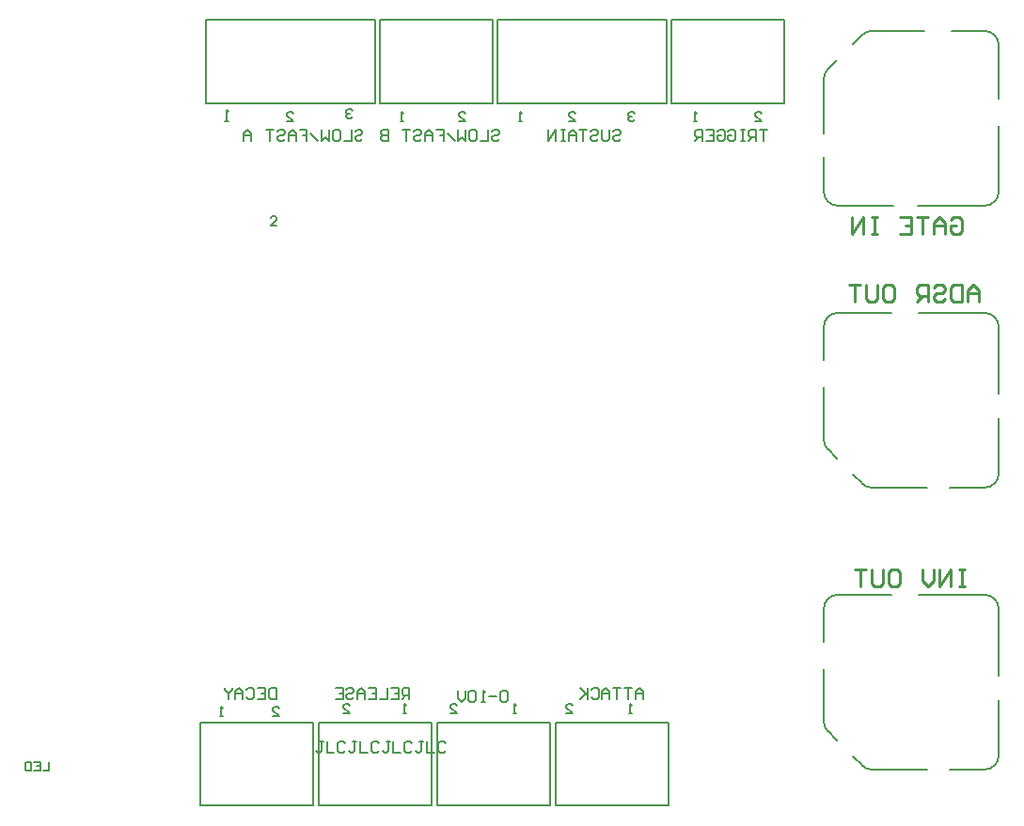
<source format=gbo>
G04*
G04 #@! TF.GenerationSoftware,Altium Limited,Altium Designer,20.0.2 (26)*
G04*
G04 Layer_Color=32896*
%FSLAX43Y43*%
%MOMM*%
G71*
G01*
G75*
%ADD11C,0.254*%
%ADD13C,0.127*%
%ADD14C,0.150*%
D11*
X113538Y22860D02*
X113030D01*
X113284D01*
Y21336D01*
X113538D01*
X113030D01*
X112268D02*
Y22860D01*
X111253Y21336D01*
Y22860D01*
X110745D02*
Y21844D01*
X110237Y21336D01*
X109729Y21844D01*
Y22860D01*
X106936D02*
X107444D01*
X107698Y22606D01*
Y21590D01*
X107444Y21336D01*
X106936D01*
X106682Y21590D01*
Y22606D01*
X106936Y22860D01*
X106174D02*
Y21590D01*
X105920Y21336D01*
X105413D01*
X105159Y21590D01*
Y22860D01*
X104651D02*
X103635D01*
X104143D01*
Y21336D01*
X114808Y46990D02*
Y48006D01*
X114300Y48514D01*
X113792Y48006D01*
Y46990D01*
Y47752D01*
X114808D01*
X113284Y48514D02*
Y46990D01*
X112523D01*
X112269Y47244D01*
Y48260D01*
X112523Y48514D01*
X113284D01*
X110745Y48260D02*
X110999Y48514D01*
X111507D01*
X111761Y48260D01*
Y48006D01*
X111507Y47752D01*
X110999D01*
X110745Y47498D01*
Y47244D01*
X110999Y46990D01*
X111507D01*
X111761Y47244D01*
X110237Y46990D02*
Y48514D01*
X109476D01*
X109222Y48260D01*
Y47752D01*
X109476Y47498D01*
X110237D01*
X109730D02*
X109222Y46990D01*
X106429Y48514D02*
X106937D01*
X107190Y48260D01*
Y47244D01*
X106937Y46990D01*
X106429D01*
X106175Y47244D01*
Y48260D01*
X106429Y48514D01*
X105667D02*
Y47244D01*
X105413Y46990D01*
X104905D01*
X104651Y47244D01*
Y48514D01*
X104143D02*
X103128D01*
X103636D01*
Y46990D01*
X112268Y54356D02*
X112522Y54610D01*
X113030D01*
X113284Y54356D01*
Y53340D01*
X113030Y53086D01*
X112522D01*
X112268Y53340D01*
Y53848D01*
X112776D01*
X111760Y53086D02*
Y54102D01*
X111253Y54610D01*
X110745Y54102D01*
Y53086D01*
Y53848D01*
X111760D01*
X110237Y54610D02*
X109221D01*
X109729D01*
Y53086D01*
X107698Y54610D02*
X108713D01*
Y53086D01*
X107698D01*
X108713Y53848D02*
X108206D01*
X105666Y54610D02*
X105159D01*
X105413D01*
Y53086D01*
X105666D01*
X105159D01*
X104397D02*
Y54610D01*
X103381Y53086D01*
Y54610D01*
D13*
X102136Y20574D02*
G03*
X100866Y19304I0J-1270D01*
G01*
X116614D02*
G03*
X115344Y20574I-1270J0D01*
G01*
Y4826D02*
G03*
X116614Y6096I0J1270D01*
G01*
X104304Y5198D02*
G03*
X105202Y4826I898J898D01*
G01*
X100866Y9162D02*
G03*
X101238Y8264I1270J0D01*
G01*
X100866Y34562D02*
G03*
X101238Y33664I1270J0D01*
G01*
X104304Y30598D02*
G03*
X105202Y30226I898J898D01*
G01*
X115344D02*
G03*
X116614Y31496I0J1270D01*
G01*
Y44704D02*
G03*
X115344Y45974I-1270J0D01*
G01*
X102136D02*
G03*
X100866Y44704I0J-1270D01*
G01*
X105202Y71374D02*
G03*
X104304Y71002I0J-1270D01*
G01*
X101238Y67936D02*
G03*
X100866Y67038I898J-898D01*
G01*
Y56896D02*
G03*
X102136Y55626I1270J0D01*
G01*
X115344D02*
G03*
X116614Y56896I0J1270D01*
G01*
Y70104D02*
G03*
X115344Y71374I-1270J0D01*
G01*
X101240Y8260D02*
X102055Y7445D01*
X103515Y5990D02*
X104305Y5200D01*
X102136Y20574D02*
X106940D01*
X109440D02*
X115344D01*
X116614Y13250D02*
Y19304D01*
Y6096D02*
Y11050D01*
X112240Y4826D02*
X115344D01*
X105202D02*
X110140D01*
X100866Y9162D02*
Y13850D01*
Y16350D02*
Y19304D01*
X100866Y41750D02*
Y44704D01*
Y34562D02*
Y39250D01*
X105202Y30226D02*
X110140D01*
X112240D02*
X115344D01*
X116614Y31496D02*
Y36450D01*
Y38650D02*
Y44704D01*
X109440Y45974D02*
X115344D01*
X102136D02*
X106940D01*
X103515Y31390D02*
X104305Y30600D01*
X101240Y33660D02*
X102055Y32845D01*
X112390Y71374D02*
X115344D01*
X105202D02*
X109890D01*
X100866Y62100D02*
Y67038D01*
Y56896D02*
Y60000D01*
X102136Y55626D02*
X107090D01*
X109290D02*
X115344D01*
X116614Y56896D02*
Y62800D01*
Y65300D02*
Y70104D01*
X101240Y67935D02*
X102030Y68725D01*
X103485Y70185D02*
X104300Y71000D01*
X87122Y72342D02*
X97282D01*
X87122Y64842D02*
X97282D01*
X87122D02*
Y72342D01*
X97282Y64842D02*
Y72342D01*
X71491Y64842D02*
Y72342D01*
Y64842D02*
X86731D01*
X71491Y72342D02*
X86731D01*
Y64842D02*
Y72342D01*
X71068Y64842D02*
Y72342D01*
X60908Y64842D02*
Y72342D01*
Y64842D02*
X71068D01*
X60908Y72342D02*
X71068D01*
X60452Y64842D02*
Y72342D01*
X45212D02*
X60452D01*
X45212Y64842D02*
X60452D01*
X45212D02*
Y72342D01*
X76760Y1572D02*
Y9072D01*
X86920Y1572D02*
Y9072D01*
X76760D02*
X86920D01*
X76760Y1572D02*
X86920D01*
X44756D02*
Y9072D01*
X54916Y1572D02*
Y9072D01*
X44756D02*
X54916D01*
X44756Y1572D02*
X54916D01*
X55424D02*
Y9072D01*
X65584Y1572D02*
Y9072D01*
X55424D02*
X65584D01*
X55424Y1572D02*
X65584D01*
X66092D02*
X76252D01*
X66092Y9072D02*
X76252D01*
Y1572D02*
Y9072D01*
X66092Y1572D02*
Y9072D01*
D14*
X31092Y5522D02*
Y4722D01*
X30559D01*
X29759Y5522D02*
X30292D01*
Y4722D01*
X29759D01*
X30292Y5122D02*
X30026D01*
X29493Y5522D02*
Y4722D01*
X29093D01*
X28959Y4855D01*
Y5388D01*
X29093Y5522D01*
X29493D01*
X55784Y7350D02*
X55451D01*
X55618D01*
Y6517D01*
X55451Y6350D01*
X55285D01*
X55118Y6517D01*
X56118Y7350D02*
Y6350D01*
X56784D01*
X57784Y7183D02*
X57617Y7350D01*
X57284D01*
X57117Y7183D01*
Y6517D01*
X57284Y6350D01*
X57617D01*
X57784Y6517D01*
X58783Y7350D02*
X58450D01*
X58617D01*
Y6517D01*
X58450Y6350D01*
X58284D01*
X58117Y6517D01*
X59117Y7350D02*
Y6350D01*
X59783D01*
X60783Y7183D02*
X60616Y7350D01*
X60283D01*
X60116Y7183D01*
Y6517D01*
X60283Y6350D01*
X60616D01*
X60783Y6517D01*
X61783Y7350D02*
X61449D01*
X61616D01*
Y6517D01*
X61449Y6350D01*
X61283D01*
X61116Y6517D01*
X62116Y7350D02*
Y6350D01*
X62782D01*
X63782Y7183D02*
X63615Y7350D01*
X63282D01*
X63115Y7183D01*
Y6517D01*
X63282Y6350D01*
X63615D01*
X63782Y6517D01*
X64782Y7350D02*
X64448D01*
X64615D01*
Y6517D01*
X64448Y6350D01*
X64282D01*
X64115Y6517D01*
X65115Y7350D02*
Y6350D01*
X65781D01*
X66781Y7183D02*
X66614Y7350D01*
X66281D01*
X66114Y7183D01*
Y6517D01*
X66281Y6350D01*
X66614D01*
X66781Y6517D01*
X77699Y9906D02*
X78232D01*
X77699Y10439D01*
Y10572D01*
X77832Y10706D01*
X78099D01*
X78232Y10572D01*
X83566Y9906D02*
X83299D01*
X83433D01*
Y10706D01*
X83566Y10572D01*
X57633Y9906D02*
X58166D01*
X57633Y10439D01*
Y10572D01*
X57766Y10706D01*
X58033D01*
X58166Y10572D01*
X67285Y9906D02*
X67818D01*
X67285Y10439D01*
Y10572D01*
X67418Y10706D01*
X67685D01*
X67818Y10572D01*
X73152Y9906D02*
X72885D01*
X73019D01*
Y10706D01*
X73152Y10572D01*
X51283Y9652D02*
X51816D01*
X51283Y10185D01*
Y10318D01*
X51416Y10452D01*
X51683D01*
X51816Y10318D01*
X63246Y9906D02*
X62979D01*
X63113D01*
Y10706D01*
X63246Y10572D01*
X46736Y9652D02*
X46469D01*
X46603D01*
Y10452D01*
X46736Y10318D01*
X89408Y63246D02*
X89141D01*
X89275D01*
Y64046D01*
X89408Y63912D01*
X94717Y63246D02*
X95250D01*
X94717Y63779D01*
Y63912D01*
X94850Y64046D01*
X95117D01*
X95250Y63912D01*
X73660Y63246D02*
X73393D01*
X73527D01*
Y64046D01*
X73660Y63912D01*
X77953Y63246D02*
X78486D01*
X77953Y63779D01*
Y63912D01*
X78086Y64046D01*
X78353D01*
X78486Y63912D01*
X83820D02*
X83687Y64046D01*
X83420D01*
X83287Y63912D01*
Y63779D01*
X83420Y63646D01*
X83553D01*
X83420D01*
X83287Y63513D01*
Y63379D01*
X83420Y63246D01*
X83687D01*
X83820Y63379D01*
X62992Y63246D02*
X62725D01*
X62859D01*
Y64046D01*
X62992Y63912D01*
X68047Y63246D02*
X68580D01*
X68047Y63779D01*
Y63912D01*
X68180Y64046D01*
X68447D01*
X68580Y63912D01*
X47244Y63246D02*
X46911D01*
X47077D01*
Y64246D01*
X47244Y64079D01*
X52553Y63246D02*
X53086D01*
X52553Y63779D01*
Y63912D01*
X52686Y64046D01*
X52953D01*
X53086Y63912D01*
X58420Y64166D02*
X58287Y64300D01*
X58020D01*
X57887Y64166D01*
Y64033D01*
X58020Y63900D01*
X58153D01*
X58020D01*
X57887Y63767D01*
Y63633D01*
X58020Y63500D01*
X58287D01*
X58420Y63633D01*
X51587Y53848D02*
X51054D01*
X51587Y54381D01*
Y54514D01*
X51454Y54648D01*
X51187D01*
X51054Y54514D01*
X72390Y11755D02*
X72223Y11922D01*
X71890D01*
X71724Y11755D01*
Y11089D01*
X71890Y10922D01*
X72223D01*
X72390Y11089D01*
Y11755D01*
X71390Y11422D02*
X70724D01*
X70391Y10922D02*
X70057D01*
X70224D01*
Y11922D01*
X70391Y11755D01*
X69558D02*
X69391Y11922D01*
X69058D01*
X68891Y11755D01*
Y11089D01*
X69058Y10922D01*
X69391D01*
X69558Y11089D01*
Y11755D01*
X68558Y11922D02*
Y11255D01*
X68225Y10922D01*
X67891Y11255D01*
Y11922D01*
X95758Y62468D02*
X95092D01*
X95425D01*
Y61468D01*
X94758D02*
Y62468D01*
X94258D01*
X94092Y62301D01*
Y61968D01*
X94258Y61801D01*
X94758D01*
X94425D02*
X94092Y61468D01*
X93759Y62468D02*
X93425D01*
X93592D01*
Y61468D01*
X93759D01*
X93425D01*
X92259Y62301D02*
X92426Y62468D01*
X92759D01*
X92926Y62301D01*
Y61635D01*
X92759Y61468D01*
X92426D01*
X92259Y61635D01*
Y61968D01*
X92592D01*
X91259Y62301D02*
X91426Y62468D01*
X91759D01*
X91926Y62301D01*
Y61635D01*
X91759Y61468D01*
X91426D01*
X91259Y61635D01*
Y61968D01*
X91593D01*
X90260Y62468D02*
X90926D01*
Y61468D01*
X90260D01*
X90926Y61968D02*
X90593D01*
X89927Y61468D02*
Y62468D01*
X89427D01*
X89260Y62301D01*
Y61968D01*
X89427Y61801D01*
X89927D01*
X89593D02*
X89260Y61468D01*
X81884Y62301D02*
X82050Y62468D01*
X82383D01*
X82550Y62301D01*
Y62134D01*
X82383Y61968D01*
X82050D01*
X81884Y61801D01*
Y61635D01*
X82050Y61468D01*
X82383D01*
X82550Y61635D01*
X81550Y62468D02*
Y61635D01*
X81384Y61468D01*
X81050D01*
X80884Y61635D01*
Y62468D01*
X79884Y62301D02*
X80051Y62468D01*
X80384D01*
X80551Y62301D01*
Y62134D01*
X80384Y61968D01*
X80051D01*
X79884Y61801D01*
Y61635D01*
X80051Y61468D01*
X80384D01*
X80551Y61635D01*
X79551Y62468D02*
X78885D01*
X79218D01*
Y61468D01*
X78551D02*
Y62134D01*
X78218Y62468D01*
X77885Y62134D01*
Y61468D01*
Y61968D01*
X78551D01*
X77552Y62468D02*
X77218D01*
X77385D01*
Y61468D01*
X77552D01*
X77218D01*
X76719D02*
Y62468D01*
X76052Y61468D01*
Y62468D01*
X51562Y12176D02*
Y11176D01*
X51062D01*
X50896Y11343D01*
Y12009D01*
X51062Y12176D01*
X51562D01*
X49896D02*
X50562D01*
Y11176D01*
X49896D01*
X50562Y11676D02*
X50229D01*
X48896Y12009D02*
X49063Y12176D01*
X49396D01*
X49563Y12009D01*
Y11343D01*
X49396Y11176D01*
X49063D01*
X48896Y11343D01*
X48563Y11176D02*
Y11842D01*
X48230Y12176D01*
X47897Y11842D01*
Y11176D01*
Y11676D01*
X48563D01*
X47563Y12176D02*
Y12009D01*
X47230Y11676D01*
X46897Y12009D01*
Y12176D01*
X47230Y11676D02*
Y11176D01*
X70962Y62301D02*
X71128Y62468D01*
X71461D01*
X71628Y62301D01*
Y62134D01*
X71461Y61968D01*
X71128D01*
X70962Y61801D01*
Y61635D01*
X71128Y61468D01*
X71461D01*
X71628Y61635D01*
X70628Y62468D02*
Y61468D01*
X69962D01*
X69129Y62468D02*
X69462D01*
X69629Y62301D01*
Y61635D01*
X69462Y61468D01*
X69129D01*
X68962Y61635D01*
Y62301D01*
X69129Y62468D01*
X68629D02*
Y61468D01*
X68296Y61801D01*
X67963Y61468D01*
Y62468D01*
X67629Y61468D02*
X66963Y62134D01*
X65963Y62468D02*
X66630D01*
Y61968D01*
X66296D01*
X66630D01*
Y61468D01*
X65630D02*
Y62134D01*
X65297Y62468D01*
X64963Y62134D01*
Y61468D01*
Y61968D01*
X65630D01*
X63964Y62301D02*
X64130Y62468D01*
X64464D01*
X64630Y62301D01*
Y62134D01*
X64464Y61968D01*
X64130D01*
X63964Y61801D01*
Y61635D01*
X64130Y61468D01*
X64464D01*
X64630Y61635D01*
X63631Y62468D02*
X62964D01*
X63297D01*
Y61468D01*
X61631Y62468D02*
Y61468D01*
X61131D01*
X60965Y61635D01*
Y61801D01*
X61131Y61968D01*
X61631D01*
X61131D01*
X60965Y62134D01*
Y62301D01*
X61131Y62468D01*
X61631D01*
X84582Y11176D02*
Y11842D01*
X84249Y12176D01*
X83916Y11842D01*
Y11176D01*
Y11676D01*
X84582D01*
X83582Y12176D02*
X82916D01*
X83249D01*
Y11176D01*
X82583Y12176D02*
X81916D01*
X82249D01*
Y11176D01*
X81583D02*
Y11842D01*
X81250Y12176D01*
X80917Y11842D01*
Y11176D01*
Y11676D01*
X81583D01*
X79917Y12009D02*
X80083Y12176D01*
X80417D01*
X80583Y12009D01*
Y11343D01*
X80417Y11176D01*
X80083D01*
X79917Y11343D01*
X79584Y12176D02*
Y11176D01*
Y11509D01*
X78917Y12176D01*
X79417Y11676D01*
X78917Y11176D01*
X63552D02*
Y12176D01*
X63052D01*
X62885Y12009D01*
Y11676D01*
X63052Y11509D01*
X63552D01*
X63218D02*
X62885Y11176D01*
X61885Y12176D02*
X62552D01*
Y11176D01*
X61885D01*
X62552Y11676D02*
X62219D01*
X61552Y12176D02*
Y11176D01*
X60886D01*
X59886Y12176D02*
X60553D01*
Y11176D01*
X59886D01*
X60553Y11676D02*
X60219D01*
X59553Y11176D02*
Y11842D01*
X59220Y12176D01*
X58886Y11842D01*
Y11176D01*
Y11676D01*
X59553D01*
X57887Y12009D02*
X58053Y12176D01*
X58387D01*
X58553Y12009D01*
Y11842D01*
X58387Y11676D01*
X58053D01*
X57887Y11509D01*
Y11343D01*
X58053Y11176D01*
X58387D01*
X58553Y11343D01*
X56887Y12176D02*
X57553D01*
Y11176D01*
X56887D01*
X57553Y11676D02*
X57220D01*
X58653Y62301D02*
X58820Y62468D01*
X59153D01*
X59319Y62301D01*
Y62134D01*
X59153Y61968D01*
X58820D01*
X58653Y61801D01*
Y61635D01*
X58820Y61468D01*
X59153D01*
X59319Y61635D01*
X58320Y62468D02*
Y61468D01*
X57653D01*
X56820Y62468D02*
X57153D01*
X57320Y62301D01*
Y61635D01*
X57153Y61468D01*
X56820D01*
X56654Y61635D01*
Y62301D01*
X56820Y62468D01*
X56320D02*
Y61468D01*
X55987Y61801D01*
X55654Y61468D01*
Y62468D01*
X55321Y61468D02*
X54654Y62134D01*
X53655Y62468D02*
X54321D01*
Y61968D01*
X53988D01*
X54321D01*
Y61468D01*
X53321D02*
Y62134D01*
X52988Y62468D01*
X52655Y62134D01*
Y61468D01*
Y61968D01*
X53321D01*
X51655Y62301D02*
X51822Y62468D01*
X52155D01*
X52322Y62301D01*
Y62134D01*
X52155Y61968D01*
X51822D01*
X51655Y61801D01*
Y61635D01*
X51822Y61468D01*
X52155D01*
X52322Y61635D01*
X51322Y62468D02*
X50656D01*
X50989D01*
Y61468D01*
X49323D02*
Y62134D01*
X48989Y62468D01*
X48656Y62134D01*
Y61468D01*
Y61968D01*
X49323D01*
M02*

</source>
